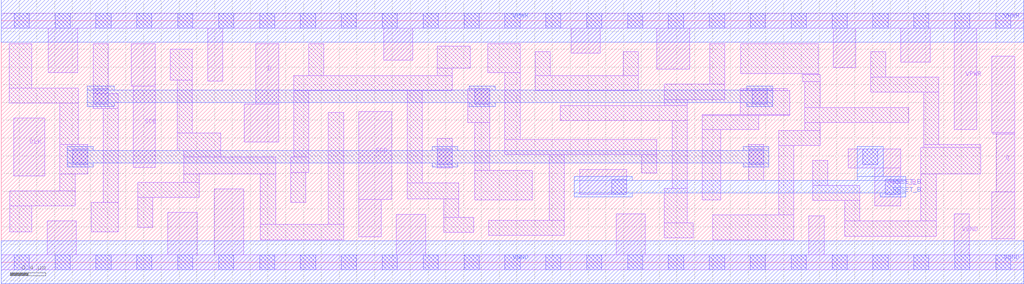
<source format=lef>
# Copyright 2020 The SkyWater PDK Authors
#
# Licensed under the Apache License, Version 2.0 (the "License");
# you may not use this file except in compliance with the License.
# You may obtain a copy of the License at
#
#     https://www.apache.org/licenses/LICENSE-2.0
#
# Unless required by applicable law or agreed to in writing, software
# distributed under the License is distributed on an "AS IS" BASIS,
# WITHOUT WARRANTIES OR CONDITIONS OF ANY KIND, either express or implied.
# See the License for the specific language governing permissions and
# limitations under the License.
#
# SPDX-License-Identifier: Apache-2.0

VERSION 5.7 ;
  NAMESCASESENSITIVE ON ;
  NOWIREEXTENSIONATPIN ON ;
  DIVIDERCHAR "/" ;
  BUSBITCHARS "[]" ;
UNITS
  DATABASE MICRONS 200 ;
END UNITS
MACRO sky130_fd_sc_hd__sdfrtp_1
  CLASS CORE ;
  SOURCE USER ;
  FOREIGN sky130_fd_sc_hd__sdfrtp_1 ;
  ORIGIN  0.000000  0.000000 ;
  SIZE  11.50000 BY  2.720000 ;
  SYMMETRY X Y R90 ;
  SITE unithd ;
  PIN D
    ANTENNAGATEAREA  0.144000 ;
    DIRECTION INPUT ;
    USE SIGNAL ;
    PORT
      LAYER li1 ;
        RECT 2.735000 1.355000 3.120000 1.785000 ;
        RECT 2.865000 1.785000 3.120000 2.465000 ;
    END
  END D
  PIN Q
    ANTENNADIFFAREA  0.429000 ;
    DIRECTION OUTPUT ;
    USE SIGNAL ;
    PORT
      LAYER li1 ;
        RECT 11.140000 0.265000 11.400000 0.795000 ;
        RECT 11.140000 1.460000 11.400000 2.325000 ;
        RECT 11.150000 1.445000 11.400000 1.460000 ;
        RECT 11.190000 0.795000 11.400000 1.445000 ;
    END
  END Q
  PIN RESET_B
    ANTENNAGATEAREA  0.252000 ;
    DIRECTION INPUT ;
    USE SIGNAL ;
    PORT
      LAYER li1 ;
        RECT 6.505000 0.765000  7.035000 1.045000 ;
        RECT 9.525000 1.065000 10.115000 1.275000 ;
        RECT 9.825000 0.635000 10.115000 1.065000 ;
      LAYER mcon ;
        RECT 6.865000 0.765000  7.035000 0.935000 ;
        RECT 9.690000 1.105000  9.860000 1.275000 ;
        RECT 9.945000 0.765000 10.115000 0.935000 ;
      LAYER met1 ;
        RECT 6.445000 0.735000  7.095000 0.780000 ;
        RECT 6.445000 0.780000 10.175000 0.920000 ;
        RECT 6.445000 0.920000  7.095000 0.965000 ;
        RECT 9.630000 0.920000 10.175000 0.965000 ;
        RECT 9.630000 0.965000  9.920000 1.305000 ;
        RECT 9.885000 0.735000 10.175000 0.780000 ;
    END
  END RESET_B
  PIN SCD
    ANTENNAGATEAREA  0.156600 ;
    DIRECTION INPUT ;
    USE SIGNAL ;
    PORT
      LAYER li1 ;
        RECT 4.020000 0.285000 4.275000 0.710000 ;
        RECT 4.020000 0.710000 4.395000 1.700000 ;
    END
  END SCD
  PIN SCE
    ANTENNAGATEAREA  0.435000 ;
    DIRECTION INPUT ;
    USE SIGNAL ;
    PORT
      LAYER li1 ;
        RECT 1.465000 1.985000 1.730000 2.465000 ;
        RECT 1.485000 1.070000 1.730000 1.985000 ;
    END
  END SCE
  PIN CLK
    ANTENNAGATEAREA  0.247500 ;
    DIRECTION INPUT ;
    USE CLOCK ;
    PORT
      LAYER li1 ;
        RECT 0.140000 0.975000 0.490000 1.625000 ;
    END
  END CLK
  PIN VGND
    DIRECTION INOUT ;
    SHAPE ABUTMENT ;
    USE GROUND ;
    PORT
      LAYER li1 ;
        RECT  0.000000 -0.085000 11.500000 0.085000 ;
        RECT  0.515000  0.085000  0.845000 0.465000 ;
        RECT  1.875000  0.085000  2.205000 0.560000 ;
        RECT  2.395000  0.085000  2.725000 0.825000 ;
        RECT  4.445000  0.085000  4.775000 0.540000 ;
        RECT  6.915000  0.085000  7.245000 0.545000 ;
        RECT  9.085000  0.085000  9.255000 0.525000 ;
        RECT 10.720000  0.085000 10.890000 0.545000 ;
      LAYER mcon ;
        RECT  0.145000 -0.085000  0.315000 0.085000 ;
        RECT  0.605000 -0.085000  0.775000 0.085000 ;
        RECT  1.065000 -0.085000  1.235000 0.085000 ;
        RECT  1.525000 -0.085000  1.695000 0.085000 ;
        RECT  1.985000 -0.085000  2.155000 0.085000 ;
        RECT  2.445000 -0.085000  2.615000 0.085000 ;
        RECT  2.905000 -0.085000  3.075000 0.085000 ;
        RECT  3.365000 -0.085000  3.535000 0.085000 ;
        RECT  3.825000 -0.085000  3.995000 0.085000 ;
        RECT  4.285000 -0.085000  4.455000 0.085000 ;
        RECT  4.745000 -0.085000  4.915000 0.085000 ;
        RECT  5.205000 -0.085000  5.375000 0.085000 ;
        RECT  5.665000 -0.085000  5.835000 0.085000 ;
        RECT  6.125000 -0.085000  6.295000 0.085000 ;
        RECT  6.585000 -0.085000  6.755000 0.085000 ;
        RECT  7.045000 -0.085000  7.215000 0.085000 ;
        RECT  7.505000 -0.085000  7.675000 0.085000 ;
        RECT  7.965000 -0.085000  8.135000 0.085000 ;
        RECT  8.425000 -0.085000  8.595000 0.085000 ;
        RECT  8.885000 -0.085000  9.055000 0.085000 ;
        RECT  9.345000 -0.085000  9.515000 0.085000 ;
        RECT  9.805000 -0.085000  9.975000 0.085000 ;
        RECT 10.265000 -0.085000 10.435000 0.085000 ;
        RECT 10.725000 -0.085000 10.895000 0.085000 ;
        RECT 11.185000 -0.085000 11.355000 0.085000 ;
      LAYER met1 ;
        RECT 0.000000 -0.240000 11.500000 0.240000 ;
    END
  END VGND
  PIN VPWR
    DIRECTION INOUT ;
    SHAPE ABUTMENT ;
    USE POWER ;
    PORT
      LAYER li1 ;
        RECT  0.000000 2.635000 11.500000 2.805000 ;
        RECT  0.530000 2.135000  0.860000 2.635000 ;
        RECT  2.320000 2.040000  2.490000 2.635000 ;
        RECT  4.300000 2.275000  4.630000 2.635000 ;
        RECT  6.410000 2.355000  6.740000 2.635000 ;
        RECT  7.375000 2.175000  7.745000 2.635000 ;
        RECT  9.360000 2.195000  9.610000 2.635000 ;
        RECT 10.120000 2.255000 10.450000 2.635000 ;
        RECT 10.720000 1.495000 10.970000 2.635000 ;
      LAYER mcon ;
        RECT  0.145000 2.635000  0.315000 2.805000 ;
        RECT  0.605000 2.635000  0.775000 2.805000 ;
        RECT  1.065000 2.635000  1.235000 2.805000 ;
        RECT  1.525000 2.635000  1.695000 2.805000 ;
        RECT  1.985000 2.635000  2.155000 2.805000 ;
        RECT  2.445000 2.635000  2.615000 2.805000 ;
        RECT  2.905000 2.635000  3.075000 2.805000 ;
        RECT  3.365000 2.635000  3.535000 2.805000 ;
        RECT  3.825000 2.635000  3.995000 2.805000 ;
        RECT  4.285000 2.635000  4.455000 2.805000 ;
        RECT  4.745000 2.635000  4.915000 2.805000 ;
        RECT  5.205000 2.635000  5.375000 2.805000 ;
        RECT  5.665000 2.635000  5.835000 2.805000 ;
        RECT  6.125000 2.635000  6.295000 2.805000 ;
        RECT  6.585000 2.635000  6.755000 2.805000 ;
        RECT  7.045000 2.635000  7.215000 2.805000 ;
        RECT  7.505000 2.635000  7.675000 2.805000 ;
        RECT  7.965000 2.635000  8.135000 2.805000 ;
        RECT  8.425000 2.635000  8.595000 2.805000 ;
        RECT  8.885000 2.635000  9.055000 2.805000 ;
        RECT  9.345000 2.635000  9.515000 2.805000 ;
        RECT  9.805000 2.635000  9.975000 2.805000 ;
        RECT 10.265000 2.635000 10.435000 2.805000 ;
        RECT 10.725000 2.635000 10.895000 2.805000 ;
        RECT 11.185000 2.635000 11.355000 2.805000 ;
      LAYER met1 ;
        RECT 0.000000 2.480000 11.500000 2.960000 ;
    END
  END VPWR
  OBS
    LAYER li1 ;
      RECT  0.090000 1.795000  0.865000 1.965000 ;
      RECT  0.090000 1.965000  0.345000 2.465000 ;
      RECT  0.095000 0.345000  0.345000 0.635000 ;
      RECT  0.095000 0.635000  0.835000 0.805000 ;
      RECT  0.660000 0.805000  0.835000 0.995000 ;
      RECT  0.660000 0.995000  0.975000 1.325000 ;
      RECT  0.660000 1.325000  0.865000 1.795000 ;
      RECT  1.015000 0.345000  1.315000 0.675000 ;
      RECT  1.035000 1.730000  1.315000 1.900000 ;
      RECT  1.035000 1.900000  1.205000 2.465000 ;
      RECT  1.145000 0.675000  1.315000 1.730000 ;
      RECT  1.535000 0.395000  1.705000 0.730000 ;
      RECT  1.535000 0.730000  2.225000 0.900000 ;
      RECT  1.900000 2.055000  2.150000 2.400000 ;
      RECT  1.980000 1.260000  2.470000 1.455000 ;
      RECT  1.980000 1.455000  2.150000 2.055000 ;
      RECT  2.055000 0.900000  2.225000 0.995000 ;
      RECT  2.055000 0.995000  3.085000 1.185000 ;
      RECT  2.055000 1.185000  2.470000 1.260000 ;
      RECT  2.915000 0.255000  3.850000 0.425000 ;
      RECT  2.915000 0.425000  3.085000 0.995000 ;
      RECT  3.255000 0.675000  3.425000 1.015000 ;
      RECT  3.255000 1.015000  3.460000 1.185000 ;
      RECT  3.290000 1.185000  3.460000 1.935000 ;
      RECT  3.290000 1.935000  5.075000 2.105000 ;
      RECT  3.460000 2.105000  3.630000 2.465000 ;
      RECT  3.680000 0.425000  3.850000 1.685000 ;
      RECT  4.565000 0.715000  5.145000 0.895000 ;
      RECT  4.565000 0.895000  4.735000 1.935000 ;
      RECT  4.905000 1.065000  5.075000 1.395000 ;
      RECT  4.905000 2.105000  5.075000 2.185000 ;
      RECT  4.905000 2.185000  5.275000 2.435000 ;
      RECT  4.975000 0.335000  5.315000 0.505000 ;
      RECT  4.975000 0.505000  5.145000 0.715000 ;
      RECT  5.245000 1.575000  5.495000 1.955000 ;
      RECT  5.325000 0.705000  5.975000 1.035000 ;
      RECT  5.325000 1.035000  5.495000 1.575000 ;
      RECT  5.470000 2.135000  5.835000 2.465000 ;
      RECT  5.485000 0.305000  6.335000 0.475000 ;
      RECT  5.665000 1.215000  7.375000 1.385000 ;
      RECT  5.665000 1.385000  5.835000 2.135000 ;
      RECT  6.005000 1.935000  7.165000 2.105000 ;
      RECT  6.005000 2.105000  6.175000 2.375000 ;
      RECT  6.165000 0.475000  6.335000 1.215000 ;
      RECT  6.285000 1.595000  7.715000 1.765000 ;
      RECT  6.995000 2.105000  7.165000 2.375000 ;
      RECT  7.205000 1.005000  7.375000 1.215000 ;
      RECT  7.455000 0.275000  7.785000 0.445000 ;
      RECT  7.455000 0.445000  7.715000 0.835000 ;
      RECT  7.455000 1.765000  7.715000 1.835000 ;
      RECT  7.455000 1.835000  8.140000 2.005000 ;
      RECT  7.545000 0.835000  7.715000 1.595000 ;
      RECT  7.885000 0.705000  8.095000 1.495000 ;
      RECT  7.885000 1.495000  8.520000 1.655000 ;
      RECT  7.885000 1.655000  8.870000 1.665000 ;
      RECT  7.970000 2.005000  8.140000 2.465000 ;
      RECT  8.005000 0.255000  8.915000 0.535000 ;
      RECT  8.310000 1.665000  8.870000 1.935000 ;
      RECT  8.310000 1.935000  8.840000 1.955000 ;
      RECT  8.320000 2.125000  9.190000 2.465000 ;
      RECT  8.405000 0.920000  8.575000 1.325000 ;
      RECT  8.745000 0.535000  8.915000 1.315000 ;
      RECT  8.745000 1.315000  9.210000 1.485000 ;
      RECT  9.015000 2.035000  9.210000 2.115000 ;
      RECT  9.015000 2.115000  9.190000 2.125000 ;
      RECT  9.040000 1.485000  9.210000 1.575000 ;
      RECT  9.040000 1.575000 10.205000 1.745000 ;
      RECT  9.040000 1.745000  9.210000 2.035000 ;
      RECT  9.125000 0.695000  9.655000 0.865000 ;
      RECT  9.125000 0.865000  9.295000 1.145000 ;
      RECT  9.485000 0.295000 10.515000 0.465000 ;
      RECT  9.485000 0.465000  9.655000 0.695000 ;
      RECT  9.780000 1.915000 10.545000 2.085000 ;
      RECT  9.780000 2.085000  9.950000 2.375000 ;
      RECT 10.345000 0.465000 10.515000 0.995000 ;
      RECT 10.345000 0.995000 11.020000 1.295000 ;
      RECT 10.375000 1.295000 11.020000 1.325000 ;
      RECT 10.375000 1.325000 10.545000 1.915000 ;
    LAYER mcon ;
      RECT 0.805000 1.105000 0.975000 1.275000 ;
      RECT 1.035000 1.785000 1.205000 1.955000 ;
      RECT 4.905000 1.105000 5.075000 1.275000 ;
      RECT 5.325000 1.785000 5.495000 1.955000 ;
      RECT 8.405000 1.105000 8.575000 1.275000 ;
      RECT 8.445000 1.785000 8.615000 1.955000 ;
    LAYER met1 ;
      RECT 0.745000 1.075000 1.035000 1.120000 ;
      RECT 0.745000 1.120000 8.635000 1.260000 ;
      RECT 0.745000 1.260000 1.035000 1.305000 ;
      RECT 0.970000 1.755000 1.270000 1.800000 ;
      RECT 0.970000 1.800000 8.675000 1.940000 ;
      RECT 0.970000 1.940000 1.270000 1.985000 ;
      RECT 4.845000 1.075000 5.135000 1.120000 ;
      RECT 4.845000 1.260000 5.135000 1.305000 ;
      RECT 5.265000 1.755000 5.555000 1.800000 ;
      RECT 5.265000 1.940000 5.555000 1.985000 ;
      RECT 8.345000 1.075000 8.635000 1.120000 ;
      RECT 8.345000 1.260000 8.635000 1.305000 ;
      RECT 8.385000 1.755000 8.675000 1.800000 ;
      RECT 8.385000 1.940000 8.675000 1.985000 ;
  END
END sky130_fd_sc_hd__sdfrtp_1
END LIBRARY

</source>
